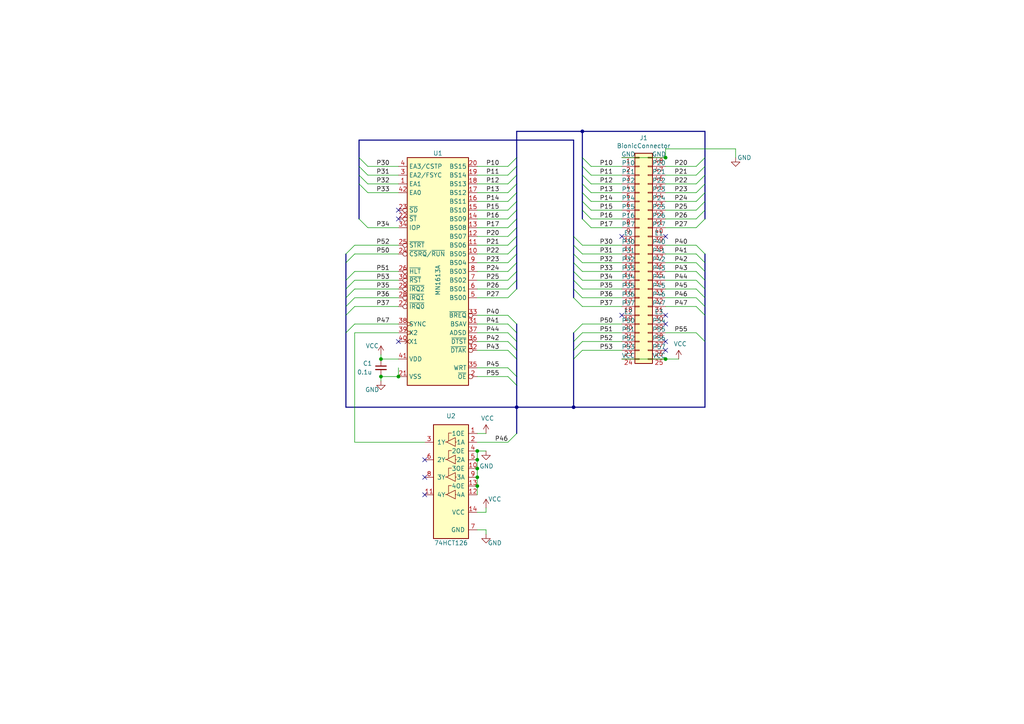
<source format=kicad_sch>
(kicad_sch (version 20211123) (generator eeschema)
  (paper "A4")
  (title_block (title "BionicMN1613 Mezzanine") (date "2022-01-19") (rev "1") (company "Tadashi G. Takaoka"))
  (lib_symbols
    (symbol "0-LocalLibrary:74HCT126" (pin_names (offset 1.016))
      (property "Reference" "U" (at 0 16.51 0))
      (property "Value" "74HCT126" (at 0 -19.05 0))
      (symbol "74HCT126_0_1"
        (polyline (pts (xy -1.2954 10.2108) (xy -1.6002 10.2108)))
        (polyline (pts (xy 1.2954 10.2362) (xy 1.651 10.2362)))
        (polyline (pts (xy 0.7112 10.5664) (xy 0.7112 12.827) (xy -0.127 12.827) (xy -0.1016 12.827)))
      )
      (symbol "74HCT126_1_0"
        (polyline (pts (xy 1.27 10.2362) (xy -1.27 11.5062) (xy -1.27 8.9662) (xy 1.27 10.2362)) (stroke (width 0.1524)))
        (pin input line (at -7.62 12.7 0) (length 2.54) (name "1OE") (number "1"))
        (pin input line (at -7.62 2.54 0) (length 2.54) (name "3OE") (number "10"))
        (pin tri_state line (at 7.62 -5.08 180) (length 2.54) (name "4Y") (number "11"))
        (pin input line (at -7.62 -5.08 0) (length 2.54) (name "4A") (number "12"))
        (pin input line (at -7.62 -2.54 0) (length 2.54) (name "4OE") (number "13"))
        (pin power_in line (at -7.62 -10.16 0) (length 2.54) (name "VCC") (number "14"))
        (pin input line (at -7.62 10.16 0) (length 2.54) (name "1A") (number "2"))
        (pin tri_state line (at 7.62 10.16 180) (length 2.54) (name "1Y") (number "3"))
        (pin input line (at -7.62 7.62 0) (length 2.54) (name "2OE") (number "4"))
        (pin input line (at -7.62 5.08 0) (length 2.54) (name "2A") (number "5"))
        (pin tri_state line (at 7.62 5.08 180) (length 2.54) (name "2Y") (number "6"))
        (pin power_in line (at -7.62 -15.24 0) (length 2.54) (name "GND") (number "7"))
        (pin tri_state line (at 7.62 0 180) (length 2.54) (name "3Y") (number "8"))
        (pin input line (at -7.62 0 0) (length 2.54) (name "3A") (number "9"))
      )
      (symbol "74HCT126_1_1"
        (rectangle (start -5.08 15.24) (end 5.08 -17.78) (stroke (width 0.254)) (fill (type background)))
        (polyline (pts (xy -1.2954 -5.0292) (xy -1.6002 -5.0292)))
        (polyline (pts (xy -1.2954 0.0508) (xy -1.6002 0.0508)))
        (polyline (pts (xy -1.2954 5.1308) (xy -1.6002 5.1308)))
        (polyline (pts (xy 1.2954 -5.0038) (xy 1.651 -5.0038)))
        (polyline (pts (xy 1.2954 0.0762) (xy 1.651 0.0762)))
        (polyline (pts (xy 1.2954 5.1562) (xy 1.651 5.1562)))
        (polyline (pts (xy 0.7112 -4.6736) (xy 0.7112 -2.413) (xy -0.127 -2.413) (xy -0.1016 -2.413)))
        (polyline (pts (xy 0.7112 0.4064) (xy 0.7112 2.667) (xy -0.127 2.667) (xy -0.1016 2.667)))
        (polyline (pts (xy 0.7112 5.4864) (xy 0.7112 7.747) (xy -0.127 7.747) (xy -0.1016 7.747)))
        (polyline (pts (xy 1.27 -5.0038) (xy -1.27 -3.7338) (xy -1.27 -6.2738) (xy 1.27 -5.0038)) (stroke (width 0.1524)))
        (polyline (pts (xy 1.27 0.0762) (xy -1.27 1.3462) (xy -1.27 -1.1938) (xy 1.27 0.0762)) (stroke (width 0.1524)))
        (polyline (pts (xy 1.27 5.1562) (xy -1.27 6.4262) (xy -1.27 3.8862) (xy 1.27 5.1562)) (stroke (width 0.1524)))
      )
    )
    (symbol "0-LocalLibrary:BionicConnector" (pin_names (offset 0))
      (property "Reference" "J" (at 1.27 30.48 0))
      (property "Value" "BionicConnector" (at 3.81 33.02 0))
      (symbol "BionicConnector_1_1"
        (rectangle (start -1.27 -30.353) (end 0 -30.607) (stroke (width 0.1524)))
        (rectangle (start -1.27 -27.813) (end 0 -28.067) (stroke (width 0.1524)))
        (rectangle (start -1.27 -25.273) (end 0 -25.527) (stroke (width 0.1524)))
        (rectangle (start -1.27 -22.733) (end 0 -22.987) (stroke (width 0.1524)))
        (rectangle (start -1.27 -20.193) (end 0 -20.447) (stroke (width 0.1524)))
        (rectangle (start -1.27 -17.653) (end 0 -17.907) (stroke (width 0.1524)))
        (rectangle (start -1.27 -15.113) (end 0 -15.367) (stroke (width 0.1524)))
        (rectangle (start -1.27 -12.573) (end 0 -12.827) (stroke (width 0.1524)))
        (rectangle (start -1.27 -10.033) (end 0 -10.287) (stroke (width 0.1524)))
        (rectangle (start -1.27 -7.493) (end 0 -7.747) (stroke (width 0.1524)))
        (rectangle (start -1.27 -4.953) (end 0 -5.207) (stroke (width 0.1524)))
        (rectangle (start -1.27 -2.413) (end 0 -2.667) (stroke (width 0.1524)))
        (rectangle (start -1.27 0.127) (end 0 -0.127) (stroke (width 0.1524)))
        (rectangle (start -1.27 2.667) (end 0 2.413) (stroke (width 0.1524)))
        (rectangle (start -1.27 5.207) (end 0 4.953) (stroke (width 0.1524)))
        (rectangle (start -1.27 7.747) (end 0 7.493) (stroke (width 0.1524)))
        (rectangle (start -1.27 10.287) (end 0 10.033) (stroke (width 0.1524)))
        (rectangle (start -1.27 12.827) (end 0 12.573) (stroke (width 0.1524)))
        (rectangle (start -1.27 15.367) (end 0 15.113) (stroke (width 0.1524)))
        (rectangle (start -1.27 17.907) (end 0 17.653) (stroke (width 0.1524)))
        (rectangle (start -1.27 20.447) (end 0 20.193) (stroke (width 0.1524)))
        (rectangle (start -1.27 22.987) (end 0 22.733) (stroke (width 0.1524)))
        (rectangle (start -1.27 25.527) (end 0 25.273) (stroke (width 0.1524)))
        (rectangle (start -1.27 28.067) (end 0 27.813) (stroke (width 0.1524)))
        (rectangle (start -1.27 29.21) (end 3.81 -31.75) (stroke (width 0.254)) (fill (type background)))
        (rectangle (start 3.81 -30.353) (end 2.54 -30.607) (stroke (width 0.1524)))
        (rectangle (start 3.81 -27.813) (end 2.54 -28.067) (stroke (width 0.1524)))
        (rectangle (start 3.81 -25.273) (end 2.54 -25.527) (stroke (width 0.1524)))
        (rectangle (start 3.81 -22.733) (end 2.54 -22.987) (stroke (width 0.1524)))
        (rectangle (start 3.81 -20.193) (end 2.54 -20.447) (stroke (width 0.1524)))
        (rectangle (start 3.81 -17.653) (end 2.54 -17.907) (stroke (width 0.1524)))
        (rectangle (start 3.81 -15.113) (end 2.54 -15.367) (stroke (width 0.1524)))
        (rectangle (start 3.81 -12.573) (end 2.54 -12.827) (stroke (width 0.1524)))
        (rectangle (start 3.81 -10.033) (end 2.54 -10.287) (stroke (width 0.1524)))
        (rectangle (start 3.81 -7.493) (end 2.54 -7.747) (stroke (width 0.1524)))
        (rectangle (start 3.81 -4.953) (end 2.54 -5.207) (stroke (width 0.1524)))
        (rectangle (start 3.81 -2.413) (end 2.54 -2.667) (stroke (width 0.1524)))
        (rectangle (start 3.81 0.127) (end 2.54 -0.127) (stroke (width 0.1524)))
        (rectangle (start 3.81 2.667) (end 2.54 2.413) (stroke (width 0.1524)))
        (rectangle (start 3.81 5.207) (end 2.54 4.953) (stroke (width 0.1524)))
        (rectangle (start 3.81 7.747) (end 2.54 7.493) (stroke (width 0.1524)))
        (rectangle (start 3.81 10.287) (end 2.54 10.033) (stroke (width 0.1524)))
        (rectangle (start 3.81 12.827) (end 2.54 12.573) (stroke (width 0.1524)))
        (rectangle (start 3.81 15.367) (end 2.54 15.113) (stroke (width 0.1524)))
        (rectangle (start 3.81 17.907) (end 2.54 17.653) (stroke (width 0.1524)))
        (rectangle (start 3.81 20.447) (end 2.54 20.193) (stroke (width 0.1524)))
        (rectangle (start 3.81 22.987) (end 2.54 22.733) (stroke (width 0.1524)))
        (rectangle (start 3.81 25.527) (end 2.54 25.273) (stroke (width 0.1524)))
        (rectangle (start 3.81 28.067) (end 2.54 27.813) (stroke (width 0.1524)))
        (pin power_out line (at -5.08 27.94 0) (length 3.81) (name "GND") (number "1"))
        (pin bidirectional line (at -5.08 5.08 0) (length 3.81) (name "E0") (number "10"))
        (pin bidirectional line (at -5.08 2.54 0) (length 3.81) (name "P30") (number "11"))
        (pin bidirectional line (at -5.08 0 0) (length 3.81) (name "P31") (number "12"))
        (pin bidirectional line (at -5.08 -2.54 0) (length 3.81) (name "P32") (number "13"))
        (pin bidirectional line (at -5.08 -5.08 0) (length 3.81) (name "P33") (number "14"))
        (pin bidirectional line (at -5.08 -7.62 0) (length 3.81) (name "P34") (number "15"))
        (pin bidirectional line (at -5.08 -10.16 0) (length 3.81) (name "P35") (number "16"))
        (pin bidirectional line (at -5.08 -12.7 0) (length 3.81) (name "P36") (number "17"))
        (pin bidirectional line (at -5.08 -15.24 0) (length 3.81) (name "P37") (number "18"))
        (pin bidirectional line (at -5.08 -17.78 0) (length 3.81) (name "E2") (number "19"))
        (pin bidirectional line (at -5.08 25.4 0) (length 3.81) (name "P10") (number "2"))
        (pin bidirectional line (at -5.08 -20.32 0) (length 3.81) (name "P50") (number "20"))
        (pin bidirectional line (at -5.08 -22.86 0) (length 3.81) (name "P51") (number "21"))
        (pin bidirectional line (at -5.08 -25.4 0) (length 3.81) (name "P52") (number "22"))
        (pin bidirectional line (at -5.08 -27.94 0) (length 3.81) (name "P53") (number "23"))
        (pin power_out line (at -5.08 -30.48 0) (length 3.81) (name "VCC") (number "24"))
        (pin power_in line (at 7.62 -30.48 180) (length 3.81) (name "VCC") (number "25"))
        (pin bidirectional line (at 7.62 -27.94 180) (length 3.81) (name "P57") (number "26"))
        (pin bidirectional line (at 7.62 -25.4 180) (length 3.81) (name "P56") (number "27"))
        (pin bidirectional line (at 7.62 -22.86 180) (length 3.81) (name "P55") (number "28"))
        (pin bidirectional line (at 7.62 -20.32 180) (length 3.81) (name "P54") (number "29"))
        (pin bidirectional line (at -5.08 22.86 0) (length 3.81) (name "P11") (number "3"))
        (pin bidirectional line (at 7.62 -17.78 180) (length 3.81) (name "E3") (number "30"))
        (pin bidirectional line (at 7.62 -15.24 180) (length 3.81) (name "P47") (number "31"))
        (pin bidirectional line (at 7.62 -12.7 180) (length 3.81) (name "P46") (number "32"))
        (pin bidirectional line (at 7.62 -10.16 180) (length 3.81) (name "P45") (number "33"))
        (pin bidirectional line (at 7.62 -7.62 180) (length 3.81) (name "P44") (number "34"))
        (pin bidirectional line (at 7.62 -5.08 180) (length 3.81) (name "P43") (number "35"))
        (pin bidirectional line (at 7.62 -2.54 180) (length 3.81) (name "P42") (number "36"))
        (pin bidirectional line (at 7.62 0 180) (length 3.81) (name "P41") (number "37"))
        (pin bidirectional line (at 7.62 2.54 180) (length 3.81) (name "P40") (number "38"))
        (pin bidirectional line (at 7.62 5.08 180) (length 3.81) (name "E1") (number "39"))
        (pin bidirectional line (at -5.08 20.32 0) (length 3.81) (name "P12") (number "4"))
        (pin bidirectional line (at 7.62 7.62 180) (length 3.81) (name "P27") (number "40"))
        (pin bidirectional line (at 7.62 10.16 180) (length 3.81) (name "P26") (number "41"))
        (pin bidirectional line (at 7.62 12.7 180) (length 3.81) (name "P25") (number "42"))
        (pin bidirectional line (at 7.62 15.24 180) (length 3.81) (name "P24") (number "43"))
        (pin bidirectional line (at 7.62 17.78 180) (length 3.81) (name "P23") (number "44"))
        (pin bidirectional line (at 7.62 20.32 180) (length 3.81) (name "P22") (number "45"))
        (pin bidirectional line (at 7.62 22.86 180) (length 3.81) (name "P21") (number "46"))
        (pin bidirectional line (at 7.62 25.4 180) (length 3.81) (name "P20") (number "47"))
        (pin power_in line (at 7.62 27.94 180) (length 3.81) (name "GND") (number "48"))
        (pin bidirectional line (at -5.08 17.78 0) (length 3.81) (name "P13") (number "5"))
        (pin bidirectional line (at -5.08 15.24 0) (length 3.81) (name "P14") (number "6"))
        (pin bidirectional line (at -5.08 12.7 0) (length 3.81) (name "P15") (number "7"))
        (pin bidirectional line (at -5.08 10.16 0) (length 3.81) (name "P16") (number "8"))
        (pin bidirectional line (at -5.08 7.62 0) (length 3.81) (name "P17") (number "9"))
      )
    )
    (symbol "0-LocalLibrary:MN1613A"
      (property "Reference" "U" (at -1.27 34.29 0))
      (property "Value" "MN1613A" (at -1.27 -6.35 90))
      (symbol "MN1613A_0_0"
        (pin output line (at -11.43 25.4 0) (length 2.54) (name "EA1") (number "1"))
        (pin output line (at -11.43 22.86 0) (length 2.54) (name "EA0") (number "42"))
      )
      (symbol "MN1613A_0_1"
        (rectangle (start -8.89 -33.02) (end 8.89 33.02) (stroke (width 0.254)) (fill (type background)))
      )
      (symbol "MN1613A_1_1"
        (pin output line (at 11.43 5.08 180) (length 2.54) (name "BS05") (number "10"))
        (pin output line (at 11.43 7.62 180) (length 2.54) (name "BS06") (number "11"))
        (pin output line (at 11.43 10.16 180) (length 2.54) (name "BS07") (number "12"))
        (pin output line (at 11.43 12.7 180) (length 2.54) (name "BS08") (number "13"))
        (pin output line (at 11.43 15.24 180) (length 2.54) (name "BS09") (number "14"))
        (pin output line (at 11.43 17.78 180) (length 2.54) (name "BS10") (number "15"))
        (pin output line (at 11.43 20.32 180) (length 2.54) (name "BS11") (number "16"))
        (pin output line (at 11.43 22.86 180) (length 2.54) (name "BS12") (number "17"))
        (pin output line (at 11.43 25.4 180) (length 2.54) (name "BS13") (number "18"))
        (pin output line (at 11.43 27.94 180) (length 2.54) (name "BS14") (number "19"))
        (pin output inverted (at 11.43 -30.48 180) (length 2.54) (name "~{OE}") (number "2"))
        (pin output line (at 11.43 30.48 180) (length 2.54) (name "BS15") (number "20"))
        (pin power_in line (at -11.43 -30.48 0) (length 2.54) (name "VSS") (number "21"))
        (pin output inverted (at -11.43 15.24 0) (length 2.54) (name "~{ST}") (number "22"))
        (pin output inverted (at -11.43 17.78 0) (length 2.54) (name "~{SD}") (number "23"))
        (pin input inverted (at -11.43 5.08 0) (length 2.54) (name "~{CSRQ}/~{RUN}") (number "24"))
        (pin input inverted (at -11.43 7.62 0) (length 2.54) (name "~{STRT}") (number "25"))
        (pin input inverted (at -11.43 0 0) (length 2.54) (name "~{HLT}") (number "26"))
        (pin input inverted (at -11.43 -10.16 0) (length 2.54) (name "~{IRQ0}") (number "27"))
        (pin input inverted (at -11.43 -7.62 0) (length 2.54) (name "~{IRQ1}") (number "28"))
        (pin input inverted (at -11.43 -5.08 0) (length 2.54) (name "~{IRQ2}") (number "29"))
        (pin output line (at -11.43 27.94 0) (length 2.54) (name "EA2/FSYC") (number "3"))
        (pin input inverted (at -11.43 -2.54 0) (length 2.54) (name "~{RST}") (number "30"))
        (pin input line (at 11.43 -15.24 180) (length 2.54) (name "BSAV") (number "31"))
        (pin input inverted (at 11.43 -22.86 180) (length 2.54) (name "~{DTAK}") (number "32"))
        (pin output inverted (at 11.43 -12.7 180) (length 2.54) (name "~{BREQ}") (number "33"))
        (pin output line (at -11.43 12.7 0) (length 2.54) (name "IOP") (number "34"))
        (pin output line (at 11.43 -27.94 180) (length 2.54) (name "WRT") (number "35"))
        (pin output inverted (at 11.43 -20.32 180) (length 2.54) (name "~{DTST}") (number "36"))
        (pin output line (at 11.43 -17.78 180) (length 2.54) (name "ADSD") (number "37"))
        (pin output clock (at -11.43 -15.24 0) (length 2.54) (name "SYNC") (number "38"))
        (pin input clock (at -11.43 -17.78 0) (length 2.54) (name "X2") (number "39"))
        (pin output line (at -11.43 30.48 0) (length 2.54) (name "EA3/CSTP") (number "4"))
        (pin passive non_logic (at -11.43 -20.32 0) (length 2.54) (name "X1") (number "40"))
        (pin power_in line (at -11.43 -25.4 0) (length 2.54) (name "VDD") (number "41"))
        (pin output line (at 11.43 -7.62 180) (length 2.54) (name "BS00") (number "5"))
        (pin output line (at 11.43 -5.08 180) (length 2.54) (name "BS01") (number "6"))
        (pin output line (at 11.43 -2.54 180) (length 2.54) (name "BS02") (number "7"))
        (pin output line (at 11.43 0 180) (length 2.54) (name "BS03") (number "8"))
        (pin output line (at 11.43 2.54 180) (length 2.54) (name "BS04") (number "9"))
      )
    )
    (symbol "Device:C_Small" (pin_numbers hide) (pin_names (offset 0.254) hide)
      (property "Reference" "C" (at 0.254 1.778 0))
      (property "Value" "C_Small" (at 0.254 -2.032 0))
      (symbol "C_Small_0_1"
        (polyline (pts (xy -1.524 -0.508) (xy 1.524 -0.508)) (stroke (width 0.3302)))
        (polyline (pts (xy -1.524 0.508) (xy 1.524 0.508)) (stroke (width 0.3048)))
      )
      (symbol "C_Small_1_1"
        (pin passive line (at 0 2.54 270) (length 2.032) (name "~") (number "1"))
        (pin passive line (at 0 -2.54 90) (length 2.032) (name "~") (number "2"))
      )
    )
    (symbol "power:GND" (power) (pin_names (offset 0))
      (property "Value" "GND" (at 0 -3.81 0))
      (symbol "GND_0_1"
        (polyline (pts (xy 0 0) (xy 0 -1.27) (xy 1.27 -1.27) (xy 0 -2.54) (xy -1.27 -1.27) (xy 0 -1.27)))
      )
      (symbol "GND_1_1"
        (pin power_in line (at 0 0 270) (length 0) hide (name "GND") (number "1"))
      )
    )
    (symbol "power:VCC" (power) (pin_names (offset 0))
      (property "Value" "VCC" (at 0 3.81 0))
      (symbol "VCC_0_1"
        (polyline (pts (xy -0.762 1.27) (xy 0 2.54)))
        (polyline (pts (xy 0 0) (xy 0 2.54)))
        (polyline (pts (xy 0 2.54) (xy 0.762 1.27)))
      )
      (symbol "VCC_1_1"
        (pin power_in line (at 0 0 90) (length 0) hide (name "VCC") (number "1"))
      )
    )
  )
  (junction (at 138.43 140.97))
  (junction (at 166.37 118.11))
  (junction (at 138.43 133.35))
  (junction (at 138.43 130.81))
  (junction (at 110.49 109.22))
  (junction (at 110.49 104.14))
  (junction (at 138.43 135.89))
  (junction (at 115.57 109.22))
  (junction (at 149.86 118.11))
  (junction (at 193.04 104.14))
  (junction (at 193.04 45.72))
  (junction (at 138.43 138.43))
  (junction (at 168.91 38.1))
  (no_connect (at 193.04 93.98))
  (no_connect (at 115.57 63.5))
  (no_connect (at 180.34 91.44))
  (no_connect (at 123.19 143.51))
  (no_connect (at 115.57 99.06))
  (no_connect (at 193.04 101.6))
  (no_connect (at 123.19 138.43))
  (no_connect (at 193.04 68.58))
  (no_connect (at 180.34 68.58))
  (no_connect (at 193.04 99.06))
  (no_connect (at 123.19 133.35))
  (no_connect (at 193.04 91.44))
  (no_connect (at 115.57 60.96))
  (bus_entry (at 171.45 60.96) (size -2.54 -2.54))
  (bus_entry (at 147.32 99.06) (size 2.54 2.54))
  (bus_entry (at 201.93 83.82) (size 2.54 2.54))
  (bus_entry (at 201.93 71.12) (size 2.54 2.54))
  (bus_entry (at 102.87 78.74) (size -2.54 2.54))
  (bus_entry (at 171.45 58.42) (size -2.54 -2.54))
  (bus_entry (at 201.93 78.74) (size 2.54 2.54))
  (bus_entry (at 100.33 91.44) (size 2.54 -2.54))
  (bus_entry (at 147.32 58.42) (size 2.54 -2.54))
  (bus_entry (at 168.91 99.06) (size -2.54 2.54))
  (bus_entry (at 147.32 55.88) (size 2.54 -2.54))
  (bus_entry (at 147.32 101.6) (size 2.54 2.54))
  (bus_entry (at 149.86 66.04) (size -2.54 2.54))
  (bus_entry (at 204.47 63.5) (size -2.54 2.54))
  (bus_entry (at 168.91 101.6) (size -2.54 2.54))
  (bus_entry (at 149.86 76.2) (size -2.54 2.54))
  (bus_entry (at 204.47 53.34) (size -2.54 2.54))
  (bus_entry (at 149.86 73.66) (size -2.54 2.54))
  (bus_entry (at 171.45 50.8) (size -2.54 -2.54))
  (bus_entry (at 147.32 93.98) (size 2.54 2.54))
  (bus_entry (at 102.87 81.28) (size -2.54 2.54))
  (bus_entry (at 166.37 86.36) (size 2.54 2.54))
  (bus_entry (at 147.32 48.26) (size 2.54 -2.54))
  (bus_entry (at 168.91 93.98) (size -2.54 2.54))
  (bus_entry (at 171.45 66.04) (size -2.54 -2.54))
  (bus_entry (at 147.32 66.04) (size 2.54 -2.54))
  (bus_entry (at 166.37 81.28) (size 2.54 2.54))
  (bus_entry (at 171.45 63.5) (size -2.54 -2.54))
  (bus_entry (at 102.87 83.82) (size -2.54 2.54))
  (bus_entry (at 166.37 73.66) (size 2.54 2.54))
  (bus_entry (at 147.32 63.5) (size 2.54 -2.54))
  (bus_entry (at 204.47 60.96) (size -2.54 2.54))
  (bus_entry (at 102.87 93.98) (size -2.54 2.54))
  (bus_entry (at 168.91 96.52) (size -2.54 2.54))
  (bus_entry (at 204.47 58.42) (size -2.54 2.54))
  (bus_entry (at 166.37 83.82) (size 2.54 2.54))
  (bus_entry (at 104.14 53.34) (size 2.54 2.54))
  (bus_entry (at 106.68 50.8) (size -2.54 -2.54))
  (bus_entry (at 201.93 96.52) (size 2.54 2.54))
  (bus_entry (at 147.32 96.52) (size 2.54 2.54))
  (bus_entry (at 149.86 83.82) (size -2.54 2.54))
  (bus_entry (at 171.45 53.34) (size -2.54 -2.54))
  (bus_entry (at 204.47 45.72) (size -2.54 2.54))
  (bus_entry (at 102.87 71.12) (size -2.54 2.54))
  (bus_entry (at 147.32 91.44) (size 2.54 2.54))
  (bus_entry (at 149.86 71.12) (size -2.54 2.54))
  (bus_entry (at 147.32 60.96) (size 2.54 -2.54))
  (bus_entry (at 204.47 48.26) (size -2.54 2.54))
  (bus_entry (at 166.37 71.12) (size 2.54 2.54))
  (bus_entry (at 149.86 78.74) (size -2.54 2.54))
  (bus_entry (at 106.68 53.34) (size -2.54 -2.54))
  (bus_entry (at 147.32 128.27) (size 2.54 -2.54))
  (bus_entry (at 201.93 81.28) (size 2.54 2.54))
  (bus_entry (at 171.45 55.88) (size -2.54 -2.54))
  (bus_entry (at 171.45 48.26) (size -2.54 -2.54))
  (bus_entry (at 147.32 50.8) (size 2.54 -2.54))
  (bus_entry (at 106.68 48.26) (size -2.54 -2.54))
  (bus_entry (at 147.32 106.68) (size 2.54 2.54))
  (bus_entry (at 149.86 81.28) (size -2.54 2.54))
  (bus_entry (at 201.93 88.9) (size 2.54 2.54))
  (bus_entry (at 201.93 76.2) (size 2.54 2.54))
  (bus_entry (at 102.87 86.36) (size -2.54 2.54))
  (bus_entry (at 102.87 73.66) (size -2.54 2.54))
  (bus_entry (at 149.86 68.58) (size -2.54 2.54))
  (bus_entry (at 166.37 78.74) (size 2.54 2.54))
  (bus_entry (at 166.37 76.2) (size 2.54 2.54))
  (bus_entry (at 204.47 55.88) (size -2.54 2.54))
  (bus_entry (at 168.91 71.12) (size -2.54 -2.54))
  (bus_entry (at 104.14 63.5) (size 2.54 2.54))
  (bus_entry (at 204.47 50.8) (size -2.54 2.54))
  (bus_entry (at 147.32 53.34) (size 2.54 -2.54))
  (bus_entry (at 201.93 73.66) (size 2.54 2.54))
  (bus_entry (at 201.93 86.36) (size 2.54 2.54))
  (bus_entry (at 147.32 109.22) (size 2.54 2.54))
  (wire (pts (xy 180.34 48.26) (xy 171.45 48.26)))
  (wire (pts (xy 193.04 58.42) (xy 201.93 58.42)))
  (wire (pts (xy 102.87 71.12) (xy 115.57 71.12)))
  (bus (pts (xy 166.37 40.64) (xy 166.37 68.58)))
  (wire (pts (xy 140.97 148.59) (xy 140.97 147.32)))
  (wire (pts (xy 138.43 68.58) (xy 147.32 68.58)))
  (wire (pts (xy 138.43 73.66) (xy 147.32 73.66)))
  (wire (pts (xy 193.04 88.9) (xy 201.93 88.9)))
  (bus (pts (xy 204.47 88.9) (xy 204.47 91.44)))
  (bus (pts (xy 204.47 50.8) (xy 204.47 53.34)))
  (bus (pts (xy 166.37 68.58) (xy 166.37 71.12)))
  (bus (pts (xy 149.86 111.76) (xy 149.86 118.11)))
  (bus (pts (xy 149.86 81.28) (xy 149.86 83.82)))
  (wire (pts (xy 138.43 93.98) (xy 147.32 93.98)))
  (bus (pts (xy 104.14 53.34) (xy 104.14 63.5)))
  (bus (pts (xy 149.86 101.6) (xy 149.86 104.14)))
  (wire (pts (xy 115.57 81.28) (xy 102.87 81.28)))
  (wire (pts (xy 140.97 148.59) (xy 138.43 148.59)))
  (wire (pts (xy 193.04 73.66) (xy 201.93 73.66)))
  (wire (pts (xy 115.57 86.36) (xy 102.87 86.36)))
  (bus (pts (xy 166.37 83.82) (xy 166.37 86.36)))
  (bus (pts (xy 204.47 99.06) (xy 204.47 118.11)))
  (wire (pts (xy 168.91 101.6) (xy 180.34 101.6)))
  (wire (pts (xy 193.04 53.34) (xy 201.93 53.34)))
  (wire (pts (xy 115.57 96.52) (xy 102.87 96.52)))
  (wire (pts (xy 180.34 83.82) (xy 168.91 83.82)))
  (wire (pts (xy 193.04 55.88) (xy 201.93 55.88)))
  (bus (pts (xy 149.86 58.42) (xy 149.86 60.96)))
  (wire (pts (xy 180.34 73.66) (xy 168.91 73.66)))
  (wire (pts (xy 138.43 101.6) (xy 147.32 101.6)))
  (bus (pts (xy 149.86 118.11) (xy 166.37 118.11)))
  (bus (pts (xy 168.91 38.1) (xy 168.91 45.72)))
  (wire (pts (xy 115.57 53.34) (xy 106.68 53.34)))
  (bus (pts (xy 149.86 68.58) (xy 149.86 71.12)))
  (wire (pts (xy 110.49 110.49) (xy 110.49 109.22)))
  (wire (pts (xy 123.19 128.27) (xy 102.87 128.27)))
  (wire (pts (xy 180.34 71.12) (xy 168.91 71.12)))
  (bus (pts (xy 204.47 81.28) (xy 204.47 83.82)))
  (bus (pts (xy 168.91 38.1) (xy 204.47 38.1)))
  (bus (pts (xy 100.33 83.82) (xy 100.33 86.36)))
  (bus (pts (xy 166.37 73.66) (xy 166.37 76.2)))
  (wire (pts (xy 138.43 50.8) (xy 147.32 50.8)))
  (bus (pts (xy 149.86 50.8) (xy 149.86 53.34)))
  (bus (pts (xy 166.37 76.2) (xy 166.37 78.74)))
  (bus (pts (xy 149.86 76.2) (xy 149.86 78.74)))
  (wire (pts (xy 138.43 71.12) (xy 147.32 71.12)))
  (bus (pts (xy 204.47 73.66) (xy 204.47 76.2)))
  (wire (pts (xy 138.43 130.81) (xy 140.97 130.81)))
  (wire (pts (xy 138.43 91.44) (xy 147.32 91.44)))
  (wire (pts (xy 193.04 43.18) (xy 193.04 45.72)))
  (wire (pts (xy 193.04 76.2) (xy 201.93 76.2)))
  (bus (pts (xy 166.37 96.52) (xy 166.37 99.06)))
  (wire (pts (xy 115.57 55.88) (xy 106.68 55.88)))
  (bus (pts (xy 168.91 50.8) (xy 168.91 53.34)))
  (wire (pts (xy 180.34 63.5) (xy 171.45 63.5)))
  (wire (pts (xy 140.97 154.94) (xy 140.97 153.67)))
  (wire (pts (xy 193.04 48.26) (xy 201.93 48.26)))
  (bus (pts (xy 149.86 66.04) (xy 149.86 68.58)))
  (bus (pts (xy 100.33 86.36) (xy 100.33 88.9)))
  (wire (pts (xy 168.91 93.98) (xy 180.34 93.98)))
  (wire (pts (xy 106.68 66.04) (xy 115.57 66.04)))
  (wire (pts (xy 180.34 45.72) (xy 193.04 45.72)))
  (wire (pts (xy 115.57 48.26) (xy 106.68 48.26)))
  (wire (pts (xy 180.34 81.28) (xy 168.91 81.28)))
  (wire (pts (xy 138.43 48.26) (xy 147.32 48.26)))
  (wire (pts (xy 193.04 63.5) (xy 201.93 63.5)))
  (wire (pts (xy 193.04 71.12) (xy 201.93 71.12)))
  (bus (pts (xy 166.37 101.6) (xy 166.37 104.14)))
  (bus (pts (xy 204.47 58.42) (xy 204.47 60.96)))
  (wire (pts (xy 180.34 53.34) (xy 171.45 53.34)))
  (bus (pts (xy 100.33 96.52) (xy 100.33 118.11)))
  (wire (pts (xy 138.43 76.2) (xy 147.32 76.2)))
  (bus (pts (xy 149.86 71.12) (xy 149.86 73.66)))
  (bus (pts (xy 149.86 78.74) (xy 149.86 81.28)))
  (wire (pts (xy 193.04 43.18) (xy 213.36 43.18)))
  (wire (pts (xy 138.43 143.51) (xy 138.43 140.97)))
  (wire (pts (xy 102.87 83.82) (xy 115.57 83.82)))
  (bus (pts (xy 168.91 48.26) (xy 168.91 50.8)))
  (wire (pts (xy 168.91 88.9) (xy 180.34 88.9)))
  (bus (pts (xy 204.47 60.96) (xy 204.47 63.5)))
  (wire (pts (xy 180.34 58.42) (xy 171.45 58.42)))
  (bus (pts (xy 149.86 125.73) (xy 149.86 118.11)))
  (bus (pts (xy 204.47 78.74) (xy 204.47 81.28)))
  (wire (pts (xy 168.91 86.36) (xy 180.34 86.36)))
  (wire (pts (xy 138.43 99.06) (xy 147.32 99.06)))
  (wire (pts (xy 110.49 104.14) (xy 110.49 102.87)))
  (wire (pts (xy 102.87 88.9) (xy 115.57 88.9)))
  (bus (pts (xy 204.47 83.82) (xy 204.47 86.36)))
  (wire (pts (xy 138.43 128.27) (xy 147.32 128.27)))
  (wire (pts (xy 138.43 78.74) (xy 147.32 78.74)))
  (bus (pts (xy 100.33 91.44) (xy 100.33 96.52)))
  (wire (pts (xy 138.43 63.5) (xy 147.32 63.5)))
  (bus (pts (xy 149.86 104.14) (xy 149.86 109.22)))
  (bus (pts (xy 168.91 45.72) (xy 168.91 48.26)))
  (bus (pts (xy 166.37 104.14) (xy 166.37 118.11)))
  (wire (pts (xy 138.43 153.67) (xy 140.97 153.67)))
  (wire (pts (xy 168.91 96.52) (xy 180.34 96.52)))
  (bus (pts (xy 149.86 55.88) (xy 149.86 58.42)))
  (bus (pts (xy 166.37 78.74) (xy 166.37 81.28)))
  (wire (pts (xy 180.34 55.88) (xy 171.45 55.88)))
  (wire (pts (xy 110.49 109.22) (xy 115.57 109.22)))
  (bus (pts (xy 100.33 81.28) (xy 100.33 83.82)))
  (wire (pts (xy 138.43 81.28) (xy 147.32 81.28)))
  (wire (pts (xy 138.43 55.88) (xy 147.32 55.88)))
  (bus (pts (xy 204.47 91.44) (xy 204.47 99.06)))
  (wire (pts (xy 193.04 104.14) (xy 196.85 104.14)))
  (bus (pts (xy 204.47 45.72) (xy 204.47 48.26)))
  (bus (pts (xy 104.14 45.72) (xy 104.14 48.26)))
  (bus (pts (xy 149.86 93.98) (xy 149.86 96.52)))
  (wire (pts (xy 180.34 66.04) (xy 171.45 66.04)))
  (wire (pts (xy 110.49 104.14) (xy 115.57 104.14)))
  (bus (pts (xy 149.86 96.52) (xy 149.86 99.06)))
  (bus (pts (xy 149.86 109.22) (xy 149.86 111.76)))
  (wire (pts (xy 115.57 73.66) (xy 102.87 73.66)))
  (bus (pts (xy 168.91 55.88) (xy 168.91 58.42)))
  (bus (pts (xy 168.91 60.96) (xy 168.91 63.5)))
  (wire (pts (xy 138.43 138.43) (xy 138.43 135.89)))
  (bus (pts (xy 149.86 73.66) (xy 149.86 76.2)))
  (wire (pts (xy 180.34 78.74) (xy 168.91 78.74)))
  (bus (pts (xy 204.47 86.36) (xy 204.47 88.9)))
  (bus (pts (xy 166.37 81.28) (xy 166.37 83.82)))
  (wire (pts (xy 138.43 125.73) (xy 140.97 125.73)))
  (wire (pts (xy 193.04 50.8) (xy 201.93 50.8)))
  (wire (pts (xy 138.43 130.81) (xy 138.43 133.35)))
  (bus (pts (xy 204.47 118.11) (xy 166.37 118.11)))
  (wire (pts (xy 115.57 106.68) (xy 115.57 109.22)))
  (bus (pts (xy 168.91 58.42) (xy 168.91 60.96)))
  (bus (pts (xy 204.47 53.34) (xy 204.47 55.88)))
  (wire (pts (xy 213.36 43.18) (xy 213.36 45.72)))
  (bus (pts (xy 204.47 38.1) (xy 204.47 45.72)))
  (bus (pts (xy 149.86 38.1) (xy 168.91 38.1)))
  (wire (pts (xy 102.87 96.52) (xy 102.87 128.27)))
  (wire (pts (xy 138.43 83.82) (xy 147.32 83.82)))
  (bus (pts (xy 100.33 88.9) (xy 100.33 91.44)))
  (wire (pts (xy 193.04 81.28) (xy 201.93 81.28)))
  (wire (pts (xy 193.04 83.82) (xy 201.93 83.82)))
  (bus (pts (xy 204.47 48.26) (xy 204.47 50.8)))
  (wire (pts (xy 180.34 60.96) (xy 171.45 60.96)))
  (wire (pts (xy 138.43 60.96) (xy 147.32 60.96)))
  (bus (pts (xy 204.47 76.2) (xy 204.47 78.74)))
  (bus (pts (xy 149.86 63.5) (xy 149.86 66.04)))
  (wire (pts (xy 102.87 78.74) (xy 115.57 78.74)))
  (wire (pts (xy 193.04 66.04) (xy 201.93 66.04)))
  (bus (pts (xy 104.14 48.26) (xy 104.14 50.8)))
  (bus (pts (xy 100.33 73.66) (xy 100.33 76.2)))
  (bus (pts (xy 149.86 60.96) (xy 149.86 63.5)))
  (wire (pts (xy 138.43 86.36) (xy 147.32 86.36)))
  (bus (pts (xy 104.14 40.64) (xy 166.37 40.64)))
  (wire (pts (xy 168.91 99.06) (xy 180.34 99.06)))
  (bus (pts (xy 149.86 38.1) (xy 149.86 45.72)))
  (bus (pts (xy 149.86 99.06) (xy 149.86 101.6)))
  (wire (pts (xy 138.43 58.42) (xy 147.32 58.42)))
  (wire (pts (xy 180.34 76.2) (xy 168.91 76.2)))
  (wire (pts (xy 138.43 53.34) (xy 147.32 53.34)))
  (bus (pts (xy 166.37 71.12) (xy 166.37 73.66)))
  (wire (pts (xy 193.04 78.74) (xy 201.93 78.74)))
  (bus (pts (xy 100.33 118.11) (xy 149.86 118.11)))
  (wire (pts (xy 138.43 140.97) (xy 138.43 138.43)))
  (bus (pts (xy 166.37 99.06) (xy 166.37 101.6)))
  (bus (pts (xy 104.14 50.8) (xy 104.14 53.34)))
  (wire (pts (xy 138.43 106.68) (xy 147.32 106.68)))
  (bus (pts (xy 149.86 53.34) (xy 149.86 55.88)))
  (wire (pts (xy 193.04 86.36) (xy 201.93 86.36)))
  (wire (pts (xy 138.43 109.22) (xy 147.32 109.22)))
  (bus (pts (xy 104.14 40.64) (xy 104.14 45.72)))
  (wire (pts (xy 193.04 60.96) (xy 201.93 60.96)))
  (wire (pts (xy 138.43 96.52) (xy 147.32 96.52)))
  (wire (pts (xy 138.43 66.04) (xy 147.32 66.04)))
  (bus (pts (xy 100.33 76.2) (xy 100.33 81.28)))
  (bus (pts (xy 149.86 48.26) (xy 149.86 50.8)))
  (wire (pts (xy 138.43 135.89) (xy 138.43 133.35)))
  (bus (pts (xy 204.47 55.88) (xy 204.47 58.42)))
  (bus (pts (xy 149.86 45.72) (xy 149.86 48.26)))
  (wire (pts (xy 180.34 104.14) (xy 193.04 104.14)))
  (wire (pts (xy 193.04 96.52) (xy 201.93 96.52)))
  (wire (pts (xy 102.87 93.98) (xy 115.57 93.98)))
  (bus (pts (xy 168.91 53.34) (xy 168.91 55.88)))
  (wire (pts (xy 180.34 50.8) (xy 171.45 50.8)))
  (wire (pts (xy 115.57 50.8) (xy 106.68 50.8)))
  (label "P17" (at 140.97 66.04 0))
  (label "P45" (at 140.97 106.68 0))
  (label "P23" (at 140.97 76.2 0))
  (label "P43" (at 140.97 101.6 0))
  (label "P15" (at 177.8 60.96 180))
  (label "P12" (at 140.97 53.34 0))
  (label "P35" (at 113.03 83.82 180))
  (label "P16" (at 140.97 63.5 0))
  (label "P45" (at 195.58 83.82 0))
  (label "P50" (at 177.8 93.98 180))
  (label "P32" (at 177.8 76.2 180))
  (label "P55" (at 140.97 109.22 0))
  (label "P55" (at 195.58 96.52 0))
  (label "P42" (at 140.97 99.06 0))
  (label "P24" (at 195.58 58.42 0))
  (label "P41" (at 140.97 93.98 0))
  (label "P13" (at 177.8 55.88 180))
  (label "P10" (at 177.8 48.26 180))
  (label "P10" (at 140.97 48.26 0))
  (label "P46" (at 143.51 128.27 0))
  (label "P21" (at 195.58 50.8 0))
  (label "P53" (at 113.03 81.28 180))
  (label "P40" (at 140.97 91.44 0))
  (label "P52" (at 177.8 99.06 180))
  (label "P20" (at 140.97 68.58 0))
  (label "P27" (at 195.58 66.04 0))
  (label "P24" (at 140.97 78.74 0))
  (label "P27" (at 140.97 86.36 0))
  (label "P15" (at 140.97 60.96 0))
  (label "P23" (at 195.58 55.88 0))
  (label "P31" (at 113.03 50.8 180))
  (label "P42" (at 195.58 76.2 0))
  (label "P41" (at 195.58 73.66 0))
  (label "P32" (at 113.03 53.34 180))
  (label "P14" (at 177.8 58.42 180))
  (label "P34" (at 113.03 66.04 180))
  (label "P52" (at 113.03 71.12 180))
  (label "P44" (at 140.97 96.52 0))
  (label "P43" (at 195.58 78.74 0))
  (label "P37" (at 113.03 88.9 180))
  (label "P20" (at 195.58 48.26 0))
  (label "P35" (at 177.8 83.82 180))
  (label "P44" (at 195.58 81.28 0))
  (label "P30" (at 113.03 48.26 180))
  (label "P33" (at 177.8 78.74 180))
  (label "P47" (at 113.03 93.98 180))
  (label "P17" (at 177.8 66.04 180))
  (label "P11" (at 140.97 50.8 0))
  (label "P12" (at 177.8 53.34 180))
  (label "P40" (at 195.58 71.12 0))
  (label "P13" (at 140.97 55.88 0))
  (label "P25" (at 195.58 60.96 0))
  (label "P16" (at 177.8 63.5 180))
  (label "P51" (at 177.8 96.52 180))
  (label "P22" (at 195.58 53.34 0))
  (label "P26" (at 140.97 83.82 0))
  (label "P31" (at 177.8 73.66 180))
  (label "P36" (at 113.03 86.36 180))
  (label "P53" (at 177.8 101.6 180))
  (label "P22" (at 140.97 73.66 0))
  (label "P21" (at 140.97 71.12 0))
  (label "P47" (at 195.58 88.9 0))
  (label "P51" (at 113.03 78.74 180))
  (label "P11" (at 177.8 50.8 180))
  (label "P36" (at 177.8 86.36 180))
  (label "P33" (at 113.03 55.88 180))
  (label "P34" (at 177.8 81.28 180))
  (label "P30" (at 177.8 71.12 180))
  (label "P37" (at 177.8 88.9 180))
  (label "P14" (at 140.97 58.42 0))
  (label "P46" (at 195.58 86.36 0))
  (label "P50" (at 113.03 73.66 180))
  (label "P25" (at 140.97 81.28 0))
  (label "P26" (at 195.58 63.5 0))
  (symbol (lib_id "power:VCC") (at -1352.55 -1136.65 0) (unit 1)
    (property "Reference" "#PWR01" (effects hide))
    (property "Value" "VCC" (at -1352.1182 -1141.0442 0))
  )
  (symbol (lib_id "power:VCC") (at 110.49 102.87 0) (mirror y) (unit 1)
    (property "Reference" "#PWR03" (effects hide))
    (property "Value" "VCC" (at 107.95 100.33 0))
  )
  (symbol (lib_id "power:GND") (at 110.49 110.49 0) (mirror y) (unit 1)
    (property "Reference" "#PWR04" (effects hide))
    (property "Value" "GND" (at 107.95 113.03 0))
  )
  (symbol (lib_id "Device:C_Small") (at 110.49 106.68 0) (mirror y) (unit 1)
    (property "Reference" "C1" (at 107.95 105.41 0) (effects (justify left)))
    (property "Value" "0.1u" (at 107.95 107.95 0) (effects (justify left)))
    (property "Footprint" "Capacitor_THT:C_Disc_D3.4mm_W2.1mm_P2.50mm" (effects hide))
  )
  (symbol (lib_id "0-LocalLibrary:74HCT126") (at 130.81 138.43 0) (mirror y) (unit 1)
    (property "Reference" "U2" (at 130.81 120.65 0))
    (property "Value" "74HCT126" (at 130.81 157.48 0))
    (property "Footprint" "Package_DIP:DIP-14_W7.62mm" (effects hide))
    (property "Datasheet" "https://www.ti.com/lit/ds/symlink/cd74hct126.pdf" (effects hide))
  )
  (symbol (lib_id "power:VCC") (at 140.97 147.32 0) (unit 1)
    (property "Reference" "#PWR07" (effects hide))
    (property "Value" "VCC" (at 143.51 144.78 0))
  )
  (symbol (lib_id "power:GND") (at 140.97 154.94 0) (unit 1)
    (property "Reference" "#PWR08" (effects hide))
    (property "Value" "GND" (at 143.51 157.48 0))
  )
  (symbol (lib_id "power:VCC") (at 140.97 125.73 0) (unit 1)
    (property "Reference" "#PWR02" (effects hide))
    (property "Value" "VCC" (at 141.4018 121.3358 0))
  )
  (symbol (lib_id "power:GND") (at 140.97 130.81 0) (unit 1)
    (property "Reference" "#PWR06" (effects hide))
    (property "Value" "GND" (at 141.097 135.2042 0))
  )
  (symbol (lib_id "power:GND") (at 213.36 45.72 0) (unit 1)
    (property "Reference" "#PWR0101" (effects hide))
    (property "Value" "GND" (at 215.9 45.72 0))
  )
  (symbol (lib_id "power:VCC") (at 196.85 104.14 0) (unit 1)
    (property "Reference" "#PWR0102" (effects hide))
    (property "Value" "VCC" (at 197.2818 99.7458 0))
  )
  (symbol (lib_id "0-LocalLibrary:MN1613A") (at 127 78.74 0) (unit 1)
    (property "Reference" "U1" (at 127 44.45 0))
    (property "Value" "MN1613A" (at 127 81.28 90))
    (property "Footprint" "Package_DIP:DIP-42_W15.24mm" (effects hide))
    (property "Datasheet" "https://www.datasheetarchive.com/MN1613-datasheet.html" (effects hide))
  )
  (symbol (lib_id "0-LocalLibrary:BionicConnector") (at 185.42 73.66 0) (unit 1)
    (property "Reference" "J1" (at 186.69 40.005 0))
    (property "Value" "BionicConnector" (at 186.69 42.3164 0))
    (property "Footprint" "0-LocalLibrary:DIP-48_W7.62mm" (effects hide))
    (property "Datasheet" "https://www.arieselec.com/wp-content/uploads/2020/02/10001-universal-dip-zif-test-socket.pdf" (effects hide))
  )
)
</source>
